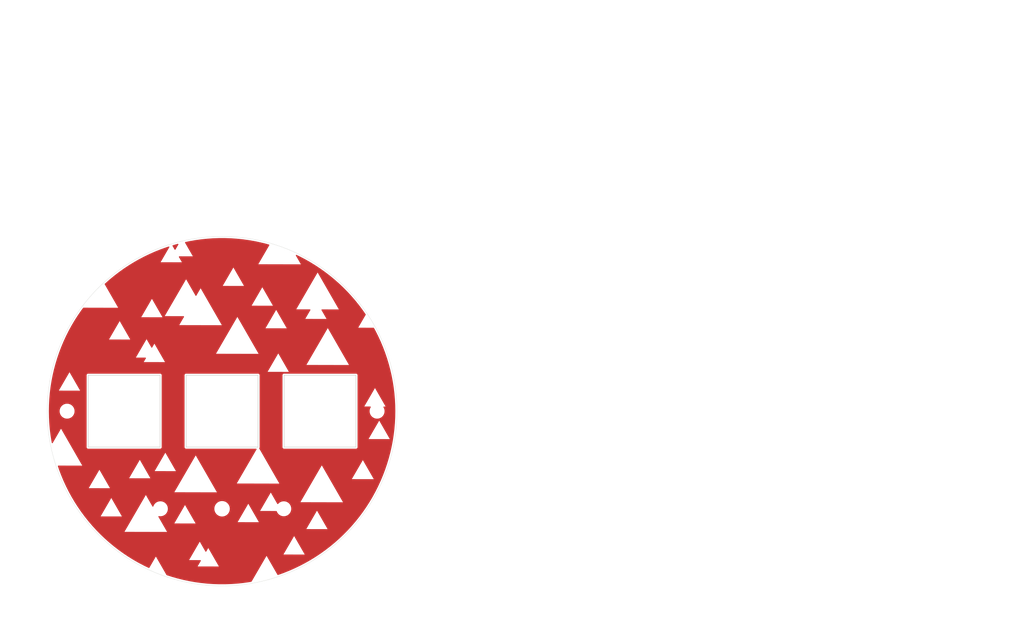
<source format=kicad_pcb>
(kicad_pcb (version 20221018) (generator pcbnew)
  (title_block (title "RP2040 Minimal Design Example") (date "2020-07-13") (rev "REV1") (company "Raspberry Pi (Trading) Ltd"))
  (layers (0 "F.Cu" signal) (31 "B.Cu" signal) (34 "B.Paste" user) (35 "F.Paste" user) (36 "B.SilkS" user "B.Silkscreen") (37 "F.SilkS" user "F.Silkscreen") (38 "B.Mask" user) (39 "F.Mask" user) (44 "Edge.Cuts" user))
  (net 0 "")
  (net 1 "GND")
  (footprint "Button_Switch_Keyboard:SW_Lekker_1.00u_Plate" (layer "F.Cu") (at 80.95 100)
    (fp_text reference "REF**" hide)
    (fp_text value "SW_Lekker_1.00u_Plate")
    (fp_rect (start -7 -7) (end 7 7) (stroke (width 0.12)) (fill none) (layer "Edge.Cuts"))
  )
  (footprint "Button_Switch_Keyboard:SW_Lekker_1.00u_Plate" (layer "F.Cu") (at 100 100)
    (fp_text reference "REF**" hide)
    (fp_text value "SW_Lekker_1.00u_Plate")
    (fp_rect (start -7 -7) (end 7 7) (stroke (width 0.12)) (fill none) (layer "Edge.Cuts"))
  )
  (footprint "MountingHole:MountingHole_2.7mm" (layer "F.Cu") (at 88 119)
    (fp_text reference "REF**" hide)
    (fp_text value "MountingHole_2.7mm")
    (pad "" np_thru_hole circle (at 0 0) (size 2.7 2.7) (drill 2.7) (layers "*.Cu" "*.Mask"))
  )
  (footprint "MountingHole:MountingHole_2.7mm" (layer "F.Cu") (at 112 119)
    (fp_text reference "REF**" hide)
    (fp_text value "MountingHole_2.7mm")
    (pad "" np_thru_hole circle (at 0 0) (size 2.7 2.7) (drill 2.7) (layers "*.Cu" "*.Mask"))
  )
  (footprint "MountingHole:MountingHole_2.7mm_M2.5" (layer "F.Cu") (at 130.15 100)
    (fp_text reference "REF**" hide)
    (fp_text value "MountingHole_2.7mm_M2.5")
    (pad "" np_thru_hole circle (at 0 0) (size 2.7 2.7) (drill 2.7) (layers "*.Cu" "*.Mask"))
  )
  (footprint "MountingHole:MountingHole_2.7mm_M2.5" (layer "F.Cu") (at 69.85 100)
    (fp_text reference "REF**" hide)
    (fp_text value "MountingHole_2.7mm_M2.5")
    (pad "" np_thru_hole circle (at 0 0) (size 2.7 2.7) (drill 2.7) (layers "F&B.Cu" "*.Mask"))
  )
  (footprint "Button_Switch_Keyboard:SW_Lekker_1.00u_Plate" (layer "F.Cu") (at 119.05 100)
    (fp_text reference "REF**" hide)
    (fp_text value "SW_Lekker_1.00u_Plate")
    (fp_rect (start -7 -7) (end 7 7) (stroke (width 0.12)) (fill none) (layer "Edge.Cuts"))
  )
  (footprint "MountingHole:MountingHole_2.7mm" (layer "F.Cu") (at 100 119)
    (fp_text reference "REF**" hide)
    (fp_text value "MountingHole_2.7mm")
    (pad "" np_thru_hole circle (at 0 0) (size 2.8 2.8) (drill 2.8) (layers "F&B.Cu" "*.Mask"))
  )
  (gr_circle (center 100 100) (end 134 100) (stroke (width 0.05)) (fill none) (layer "Edge.Cuts"))
  (zone (net 1) (net_name "GND") (layer "F.Cu") (priority 1) (connect_pads (clearance 0.2)) (min_thickness 0.2) (fill yes (thermal_gap 0.3) (thermal_bridge_width 0.3))
    (polygon (pts (xy 144.67 145.16) (xy 57.89 144.39) (xy 56.8 56.69) (xy 143.92 57.05)))
  )
  (zone (net 0) (net_name "") (layers "F&B.Cu") (connect_pads (clearance 0)) (min_thickness 0.25)
    (keepout (tracks not_allowed) (vias not_allowed) (pads not_allowed) (copperpour not_allowed) (footprints allowed))
    (fill (thermal_gap 0.5) (thermal_bridge_width 0.5))
    (polygon (pts (xy 85.309738 85.979872) (xy 83.228897 89.566005) (xy 87.375 89.575)))
  )
  (zone (net 0) (net_name "") (layers "F&B.Cu") (connect_pads (clearance 0)) (min_thickness 0.25)
    (keepout (tracks not_allowed) (vias not_allowed) (pads not_allowed) (copperpour not_allowed) (footprints allowed))
    (fill (thermal_gap 0.5) (thermal_bridge_width 0.5))
    (polygon (pts (xy 127.38 109.53) (xy 125.232688 113.230691) (xy 129.511236 113.239973)))
  )
  (zone (net 0) (net_name "") (layers "F&B.Cu") (connect_pads (clearance 0)) (min_thickness 0.25)
    (keepout (tracks not_allowed) (vias not_allowed) (pads not_allowed) (copperpour not_allowed) (footprints allowed))
    (fill (thermal_gap 0.5) (thermal_bridge_width 0.5))
    (polygon (pts (xy 76.134738 111.404872) (xy 74.053897 114.991005) (xy 78.2 115)))
  )
  (zone (net 0) (net_name "") (layers "F&B.Cu") (connect_pads (clearance 0)) (min_thickness 0.25)
    (keepout (tracks not_allowed) (vias not_allowed) (pads not_allowed) (copperpour not_allowed) (footprints allowed))
    (fill (thermal_gap 0.5) (thermal_bridge_width 0.5))
    (polygon (pts (xy 118.46 119.37) (xy 116.379159 122.956133) (xy 120.525262 122.965128)))
  )
  (zone (net 0) (net_name "") (layers "F&B.Cu") (connect_pads (clearance 0)) (min_thickness 0.25)
    (keepout (tracks not_allowed) (vias not_allowed) (pads not_allowed) (copperpour not_allowed) (footprints allowed))
    (fill (thermal_gap 0.5) (thermal_bridge_width 0.5))
    (polygon (pts (xy 114.014738 124.314872) (xy 111.933897 127.901005) (xy 116.08 127.91)))
  )
  (zone (net 0) (net_name "") (layers "F&B.Cu") (connect_pads (clearance 0)) (min_thickness 0.25)
    (keepout (tracks not_allowed) (vias not_allowed) (pads not_allowed) (copperpour not_allowed) (footprints allowed))
    (fill (thermal_gap 0.5) (thermal_bridge_width 0.5))
    (polygon (pts (xy 102.851877 114.080644) (xy 107.013559 106.90838) (xy 111.144083 114.098634)))
  )
  (zone (net 0) (net_name "") (layers "F&B.Cu") (connect_pads (clearance 0)) (min_thickness 0.25)
    (keepout (tracks not_allowed) (vias not_allowed) (pads not_allowed) (copperpour not_allowed) (footprints allowed))
    (fill (thermal_gap 0.5) (thermal_bridge_width 0.5))
    (polygon (pts (xy 130.564738 101.844872) (xy 128.483897 105.431005) (xy 132.63 105.44)))
  )
  (zone (net 0) (net_name "") (layers "F&B.Cu") (connect_pads (clearance 0)) (min_thickness 0.25)
    (keepout (tracks not_allowed) (vias not_allowed) (pads not_allowed) (copperpour not_allowed) (footprints allowed))
    (fill (thermal_gap 0.5) (thermal_bridge_width 0.5))
    (polygon (pts (xy 198.594738 52.284872) (xy 196.513897 55.871005) (xy 200.66 55.88)))
  )
  (zone (net 0) (net_name "") (layers "F&B.Cu") (connect_pads (clearance 0)) (min_thickness 0.25)
    (keepout (tracks not_allowed) (vias not_allowed) (pads not_allowed) (copperpour not_allowed) (footprints allowed))
    (fill (thermal_gap 0.5) (thermal_bridge_width 0.5))
    (polygon (pts (xy 95.654738 125.404872) (xy 93.573897 128.991005) (xy 97.72 129)))
  )
  (zone (net 0) (net_name "") (layers "F&B.Cu") (connect_pads (clearance 0)) (min_thickness 0.25)
    (keepout (tracks not_allowed) (vias not_allowed) (pads not_allowed) (copperpour not_allowed) (footprints allowed))
    (fill (thermal_gap 0.5) (thermal_bridge_width 0.5))
    (polygon (pts (xy 86.834738 86.854872) (xy 84.753897 90.441005) (xy 88.9 90.45)))
  )
  (zone (net 0) (net_name "") (layers "F&B.Cu") (connect_pads (clearance 0)) (min_thickness 0.25)
    (keepout (tracks not_allowed) (vias not_allowed) (pads not_allowed) (copperpour not_allowed) (footprints allowed))
    (fill (thermal_gap 0.5) (thermal_bridge_width 0.5))
    (polygon (pts (xy 109.47 115.84) (xy 107.389159 119.426133) (xy 111.535262 119.435128)))
  )
  (zone (net 0) (net_name "") (layers "F&B.Cu") (connect_pads (clearance 0)) (min_thickness 0.25)
    (keepout (tracks not_allowed) (vias not_allowed) (pads not_allowed) (copperpour not_allowed) (footprints allowed))
    (fill (thermal_gap 0.5) (thermal_bridge_width 0.5))
    (polygon (pts (xy 191.759738 42.529872) (xy 189.678897 46.116005) (xy 193.825 46.125)))
  )
  (zone (net 0) (net_name "") (layers "F&B.Cu") (connect_pads (clearance 0)) (min_thickness 0.25)
    (keepout (tracks not_allowed) (vias not_allowed) (pads not_allowed) (copperpour not_allowed) (footprints allowed))
    (fill (thermal_gap 0.5) (thermal_bridge_width 0.5))
    (polygon (pts (xy 90.120841 67.423867) (xy 88.04 71.01) (xy 92.186103 71.018995)))
  )
  (zone (net 0) (net_name "") (layers "F&B.Cu") (connect_pads (clearance 0)) (min_thickness 0.25)
    (keepout (tracks not_allowed) (vias not_allowed) (pads not_allowed) (copperpour not_allowed) (footprints allowed))
    (fill (thermal_gap 0.5) (thermal_bridge_width 0.5))
    (polygon (pts (xy 80.08 82.46) (xy 77.999159 86.046133) (xy 82.145262 86.055128)))
  )
  (zone (net 0) (net_name "") (layers "F&B.Cu") (connect_pads (clearance 0)) (min_thickness 0.25)
    (keepout (tracks not_allowed) (vias not_allowed) (pads not_allowed) (copperpour not_allowed) (footprints allowed))
    (fill (thermal_gap 0.5) (thermal_bridge_width 0.5))
    (polygon (pts (xy 107.825 75.875) (xy 105.744159 79.461133) (xy 109.890262 79.470128)))
  )
  (zone (net 0) (net_name "") (layers "F&B.Cu") (connect_pads (clearance 0)) (min_thickness 0.25)
    (keepout (tracks not_allowed) (vias not_allowed) (pads not_allowed) (copperpour not_allowed) (footprints allowed))
    (fill (thermal_gap 0.5) (thermal_bridge_width 0.5))
    (polygon (pts (xy 186.759738 50.129872) (xy 184.678897 53.716005) (xy 188.825 53.725)))
  )
  (zone (net 0) (net_name "") (layers "F&B.Cu") (connect_pads (clearance 0)) (min_thickness 0.25)
    (keepout (tracks not_allowed) (vias not_allowed) (pads not_allowed) (copperpour not_allowed) (footprints allowed))
    (fill (thermal_gap 0.5) (thermal_bridge_width 0.5))
    (polygon (pts (xy 90.707794 115.78201) (xy 94.869476 108.609746) (xy 99 115.8)))
  )
  (zone (net 0) (net_name "") (layers "F&B.Cu") (connect_pads (clearance 0)) (min_thickness 0.25)
    (keepout (tracks not_allowed) (vias not_allowed) (pads not_allowed) (copperpour not_allowed) (footprints allowed))
    (fill (thermal_gap 0.5) (thermal_bridge_width 0.5))
    (polygon (pts (xy 86.351073 78.13055) (xy 84.270232 81.716683) (xy 88.416335 81.725678)))
  )
  (zone (net 0) (net_name "") (layers "F&B.Cu") (connect_pads (clearance 0)) (min_thickness 0.25)
    (keepout (tracks not_allowed) (vias not_allowed) (pads not_allowed) (copperpour not_allowed) (footprints allowed))
    (fill (thermal_gap 0.5) (thermal_bridge_width 0.5))
    (polygon (pts (xy 87.12 128.3) (xy 85.039159 131.886133) (xy 89.185262 131.895128)))
  )
  (zone (net 0) (net_name "") (layers "F&B.Cu") (connect_pads (clearance 0)) (min_thickness 0.25)
    (keepout (tracks not_allowed) (vias not_allowed) (pads not_allowed) (copperpour not_allowed) (footprints allowed))
    (fill (thermal_gap 0.5) (thermal_bridge_width 0.5))
    (polygon (pts (xy 102.930479 83.726746) (xy 100.849638 87.312879) (xy 104.995741 87.321874)))
  )
  (zone (net 0) (net_name "") (layers "F&B.Cu") (connect_pads (clearance 0)) (min_thickness 0.25)
    (keepout (tracks not_allowed) (vias not_allowed) (pads not_allowed) (copperpour not_allowed) (footprints allowed))
    (fill (thermal_gap 0.5) (thermal_bridge_width 0.5))
    (polygon (pts (xy 98.813318 88.822264) (xy 102.975 81.65) (xy 107.105524 88.840254)))
  )
  (zone (net 0) (net_name "") (layers "F&B.Cu") (connect_pads (clearance 0)) (min_thickness 0.25)
    (keepout (tracks not_allowed) (vias not_allowed) (pads not_allowed) (copperpour not_allowed) (footprints allowed))
    (fill (thermal_gap 0.5) (thermal_bridge_width 0.5))
    (polygon (pts (xy 129.74 95.5) (xy 127.659159 99.086133) (xy 131.805262 99.095128)))
  )
  (zone (net 0) (net_name "") (layers "F&B.Cu") (connect_pads (clearance 0)) (min_thickness 0.25)
    (keepout (tracks not_allowed) (vias not_allowed) (pads not_allowed) (copperpour not_allowed) (footprints allowed))
    (fill (thermal_gap 0.5) (thermal_bridge_width 0.5))
    (polygon (pts (xy 105.1 118.02) (xy 103.019159 121.606133) (xy 107.165262 121.615128)))
  )
  (zone (net 0) (net_name "") (layers "F&B.Cu") (connect_pads (clearance 0)) (min_thickness 0.25)
    (keepout (tracks not_allowed) (vias not_allowed) (pads not_allowed) (copperpour not_allowed) (footprints allowed))
    (fill (thermal_gap 0.5) (thermal_bridge_width 0.5))
    (polygon (pts (xy 92.250841 66.263867) (xy 90.17 69.85) (xy 94.316103 69.858995)))
  )
  (zone (net 0) (net_name "") (layers "F&B.Cu") (connect_pads (clearance 0)) (min_thickness 0.25)
    (keepout (tracks not_allowed) (vias not_allowed) (pads not_allowed) (copperpour not_allowed) (footprints allowed))
    (fill (thermal_gap 0.5) (thermal_bridge_width 0.5))
    (polygon (pts (xy 70.32 92.41) (xy 68.239159 95.996133) (xy 72.385262 96.005128)))
  )
  (zone (net 0) (net_name "") (layers "F&B.Cu") (connect_pads (clearance 0)) (min_thickness 0.25)
    (keepout (tracks not_allowed) (vias not_allowed) (pads not_allowed) (copperpour not_allowed) (footprints allowed))
    (fill (thermal_gap 0.5) (thermal_bridge_width 0.5))
    (polygon (pts (xy 88.964738 108.084872) (xy 86.883897 111.671005) (xy 91.03 111.68)))
  )
  (zone (net 0) (net_name "") (layers "F&B.Cu") (connect_pads (clearance 0)) (min_thickness 0.25)
    (keepout (tracks not_allowed) (vias not_allowed) (pads not_allowed) (copperpour not_allowed) (footprints allowed))
    (fill (thermal_gap 0.5) (thermal_bridge_width 0.5))
    (polygon (pts (xy 182.159738 43.729872) (xy 180.078897 47.316005) (xy 184.225 47.325)))
  )
  (zone (net 0) (net_name "") (layers "F&B.Cu") (connect_pads (clearance 0)) (min_thickness 0.25)
    (keepout (tracks not_allowed) (vias not_allowed) (pads not_allowed) (copperpour not_allowed) (footprints allowed))
    (fill (thermal_gap 0.5) (thermal_bridge_width 0.5))
    (polygon (pts (xy 78.45 116.9) (xy 76.369159 120.486133) (xy 80.515262 120.495128)))
  )
  (zone (net 0) (net_name "") (layers "F&B.Cu") (connect_pads (clearance 0)) (min_thickness 0.25)
    (keepout (tracks not_allowed) (vias not_allowed) (pads not_allowed) (copperpour not_allowed) (footprints allowed))
    (fill (thermal_gap 0.5) (thermal_bridge_width 0.5))
    (polygon (pts (xy 110.52 80.28) (xy 108.439159 83.866133) (xy 112.585262 83.875128)))
  )
  (zone (net 0) (net_name "") (layers "F&B.Cu") (connect_pads (clearance 0)) (min_thickness 0.25)
    (keepout (tracks not_allowed) (vias not_allowed) (pads not_allowed) (copperpour not_allowed) (footprints allowed))
    (fill (thermal_gap 0.5) (thermal_bridge_width 0.5))
    (polygon (pts (xy 174.959738 55.529872) (xy 172.878897 59.116005) (xy 177.025 59.125)))
  )
  (zone (net 0) (net_name "") (layers "F&B.Cu") (connect_pads (clearance 0)) (min_thickness 0.25)
    (keepout (tracks not_allowed) (vias not_allowed) (pads not_allowed) (copperpour not_allowed) (footprints allowed))
    (fill (thermal_gap 0.5) (thermal_bridge_width 0.5))
    (polygon (pts (xy 83.994738 109.474872) (xy 81.913897 113.061005) (xy 86.06 113.07)))
  )
  (zone (net 0) (net_name "") (layers "F&B.Cu") (connect_pads (clearance 0)) (min_thickness 0.25)
    (keepout (tracks not_allowed) (vias not_allowed) (pads not_allowed) (copperpour not_allowed) (footprints allowed))
    (fill (thermal_gap 0.5) (thermal_bridge_width 0.5))
    (polygon (pts (xy 97.314738 126.639872) (xy 95.233897 130.226005) (xy 99.38 130.235)))
  )
  (zone (net 0) (net_name "") (layers "F&B.Cu") (connect_pads (clearance 0)) (min_thickness 0.25)
    (keepout (tracks not_allowed) (vias not_allowed) (pads not_allowed) (copperpour not_allowed) (footprints allowed))
    (fill (thermal_gap 0.5) (thermal_bridge_width 0.5))
    (polygon (pts (xy 88.838318 81.497264) (xy 93 74.325) (xy 97.130524 81.515254)))
  )
  (zone (net 0) (net_name "") (layers "F&B.Cu") (connect_pads (clearance 0)) (min_thickness 0.25)
    (keepout (tracks not_allowed) (vias not_allowed) (pads not_allowed) (copperpour not_allowed) (footprints allowed))
    (fill (thermal_gap 0.5) (thermal_bridge_width 0.5))
    (polygon (pts (xy 110.930841 88.754872) (xy 108.85 92.341005) (xy 112.996103 92.35)))
  )
  (zone (net 0) (net_name "") (layers "F&B.Cu") (connect_pads (clearance 0)) (min_thickness 0.25)
    (keepout (tracks not_allowed) (vias not_allowed) (pads not_allowed) (copperpour not_allowed) (footprints allowed))
    (fill (thermal_gap 0.5) (thermal_bridge_width 0.5))
    (polygon (pts (xy 107.03497 109.330266) (xy 104.954129 112.916399) (xy 109.100232 112.925394)))
  )
  (zone (net 0) (net_name "") (layers "F&B.Cu") (connect_pads (clearance 0)) (min_thickness 0.25)
    (keepout (tracks not_allowed) (vias not_allowed) (pads not_allowed) (copperpour not_allowed) (footprints allowed))
    (fill (thermal_gap 0.5) (thermal_bridge_width 0.5))
    (polygon (pts (xy 102.2 72.03) (xy 100.119159 75.616133) (xy 104.265262 75.625128)))
  )
  (zone (net 0) (net_name "") (layers "F&B.Cu") (connect_pads (clearance 0)) (min_thickness 0.25)
    (keepout (tracks not_allowed) (vias not_allowed) (pads not_allowed) (copperpour not_allowed) (footprints allowed))
    (fill (thermal_gap 0.5) (thermal_bridge_width 0.5))
    (polygon (pts (xy 114.422937 80.176207) (xy 118.584619 73.003943) (xy 122.715143 80.194197)))
  )
  (zone (net 0) (net_name "") (layers "F&B.Cu") (connect_pads (clearance 0)) (min_thickness 0.25)
    (keepout (tracks not_allowed) (vias not_allowed) (pads not_allowed) (copperpour not_allowed) (footprints allowed))
    (fill (thermal_gap 0.5) (thermal_bridge_width 0.5))
    (polygon (pts (xy 128.56216 80.160036) (xy 126.481319 83.746169) (xy 130.627422 83.755164)))
  )
  (zone (net 0) (net_name "") (layers "F&B.Cu") (connect_pads (clearance 0)) (min_thickness 0.25)
    (keepout (tracks not_allowed) (vias not_allowed) (pads not_allowed) (copperpour not_allowed) (footprints allowed))
    (fill (thermal_gap 0.5) (thermal_bridge_width 0.5))
    (polygon (pts (xy 118.259738 78.454872) (xy 116.178897 82.041005) (xy 120.325 82.05)))
  )
  (zone (net 0) (net_name "") (layers "F&B.Cu") (connect_pads (clearance 0)) (min_thickness 0.25)
    (keepout (tracks not_allowed) (vias not_allowed) (pads not_allowed) (copperpour not_allowed) (footprints allowed))
    (fill (thermal_gap 0.5) (thermal_bridge_width 0.5))
    (polygon (pts (xy 92.785422 118.267193) (xy 90.704581 121.853326) (xy 94.850684 121.862321)))
  )
  (zone (net 0) (net_name "") (layers "F&B.Cu") (connect_pads (clearance 0)) (min_thickness 0.25)
    (keepout (tracks not_allowed) (vias not_allowed) (pads not_allowed) (copperpour not_allowed) (footprints allowed))
    (fill (thermal_gap 0.5) (thermal_bridge_width 0.5))
    (polygon (pts (xy 198.594738 47.204872) (xy 196.513897 50.791005) (xy 200.66 50.8)))
  )
  (zone (net 0) (net_name "") (layers "F&B.Cu" "F.Mask") (connect_pads (clearance 0)) (min_thickness 0.25)
    (keepout (tracks not_allowed) (vias not_allowed) (pads not_allowed) (copperpour not_allowed) (footprints allowed))
    (fill (thermal_gap 0.5) (thermal_bridge_width 0.5))
    (polygon (pts (xy 91.663318 83.247264) (xy 95.825 76.075) (xy 99.955524 83.265254)))
  )
  (zone (net 0) (net_name "") (layers "F&B.Cu" "F.Mask") (connect_pads (clearance 0)) (min_thickness 0.25)
    (keepout (tracks not_allowed) (vias not_allowed) (pads not_allowed) (copperpour not_allowed) (footprints allowed))
    (fill (thermal_gap 0.5) (thermal_bridge_width 0.5))
    (polygon (pts (xy 116.4 91) (xy 120.561682 83.827736) (xy 124.692206 91.01799)))
  )
  (zone (net 0) (net_name "") (layers "F&B.Cu" "F.Mask") (connect_pads (clearance 0)) (min_thickness 0.25)
    (keepout (tracks not_allowed) (vias not_allowed) (pads not_allowed) (copperpour not_allowed) (footprints allowed))
    (fill (thermal_gap 0.5) (thermal_bridge_width 0.5))
    (polygon (pts (xy 227.625312 54.90166) (xy 235.948676 40.557132) (xy 244.209723 54.93764)))
  )
  (zone (net 0) (net_name "") (layers "F&B.Cu" "F.Mask") (connect_pads (clearance 0)) (min_thickness 0.25)
    (keepout (tracks not_allowed) (vias not_allowed) (pads not_allowed) (copperpour not_allowed) (footprints allowed))
    (fill (thermal_gap 0.5) (thermal_bridge_width 0.5))
    (polygon (pts (xy 243.561691 60.373015) (xy 249.804214 49.614618) (xy 256 60.4)))
  )
  (zone (net 0) (net_name "") (layers "F&B.Cu" "F.Mask") (connect_pads (clearance 0)) (min_thickness 0.25)
    (keepout (tracks not_allowed) (vias not_allowed) (pads not_allowed) (copperpour not_allowed) (footprints allowed))
    (fill (thermal_gap 0.5) (thermal_bridge_width 0.5))
    (polygon (pts (xy 64.507794 110.58201) (xy 68.669476 103.409746) (xy 72.8 110.6)))
  )
  (zone (net 0) (net_name "") (layers "F&B.Cu" "F.Mask") (connect_pads (clearance 0)) (min_thickness 0.25)
    (keepout (tracks not_allowed) (vias not_allowed) (pads not_allowed) (copperpour not_allowed) (footprints allowed))
    (fill (thermal_gap 0.5) (thermal_bridge_width 0.5))
    (polygon (pts (xy 81.00851 123.491811) (xy 85.170192 116.319547) (xy 89.300716 123.509801)))
  )
  (zone (net 0) (net_name "") (layers "F&B.Cu" "F.Mask") (connect_pads (clearance 0)) (min_thickness 0.25)
    (keepout (tracks not_allowed) (vias not_allowed) (pads not_allowed) (copperpour not_allowed) (footprints allowed))
    (fill (thermal_gap 0.5) (thermal_bridge_width 0.5))
    (polygon (pts (xy 67.347477 79.838397) (xy 73.59 69.08) (xy 79.785786 79.865382)))
  )
  (zone (net 0) (net_name "") (layers "F&B.Cu" "F.Mask") (connect_pads (clearance 0)) (min_thickness 0.25)
    (keepout (tracks not_allowed) (vias not_allowed) (pads not_allowed) (copperpour not_allowed) (footprints allowed))
    (fill (thermal_gap 0.5) (thermal_bridge_width 0.5))
    (polygon (pts (xy 160.506842 116.478523) (xy 168.830206 102.133995) (xy 177.091253 116.514503)))
  )
  (zone (net 0) (net_name "") (layers "F&B.Cu" "F.Mask") (connect_pads (clearance 0)) (min_thickness 0.25)
    (keepout (tracks not_allowed) (vias not_allowed) (pads not_allowed) (copperpour not_allowed) (footprints allowed))
    (fill (thermal_gap 0.5) (thermal_bridge_width 0.5))
    (polygon (pts (xy 115.232986 117.720722) (xy 119.394668 110.548458) (xy 123.525192 117.738712)))
  )
  (zone (net 0) (net_name "") (layers "F&B.Cu" "F.Mask") (connect_pads (clearance 0)) (min_thickness 0.25)
    (keepout (tracks not_allowed) (vias not_allowed) (pads not_allowed) (copperpour not_allowed) (footprints allowed))
    (fill (thermal_gap 0.5) (thermal_bridge_width 0.5))
    (polygon (pts (xy 107.04 71.4) (xy 111.201682 64.227736) (xy 115.332206 71.41799)))
  )
  (zone (net 0) (net_name "") (layers "F&B.Cu" "F.Mask") (connect_pads (clearance 0)) (min_thickness 0.25)
    (keepout (tracks not_allowed) (vias not_allowed) (pads not_allowed) (copperpour not_allowed) (footprints allowed))
    (fill (thermal_gap 0.5) (thermal_bridge_width 0.5))
    (polygon (pts (xy 163.032794 69.85701) (xy 167.194476 62.684746) (xy 171.325 69.875)))
  )
  (zone (net 0) (net_name "") (layers "F&B.Cu" "F.Mask") (connect_pads (clearance 0)) (min_thickness 0.25)
    (keepout (tracks not_allowed) (vias not_allowed) (pads not_allowed) (copperpour not_allowed) (footprints allowed))
    (fill (thermal_gap 0.5) (thermal_bridge_width 0.5))
    (polygon (pts (xy 165.825312 95.50166) (xy 174.148676 81.157132) (xy 182.409723 95.53764)))
  )
  (zone (net 0) (net_name "") (layers "F&B.Cu" "F.Mask") (connect_pads (clearance 0)) (min_thickness 0.25)
    (keepout (tracks not_allowed) (vias not_allowed) (pads not_allowed) (copperpour not_allowed) (footprints allowed))
    (fill (thermal_gap 0.5) (thermal_bridge_width 0.5))
    (polygon (pts (xy 149.582794 82.30701) (xy 153.744476 75.134746) (xy 157.875 82.325)))
  )
  (zone (net 0) (net_name "") (layers "F&B.Cu" "F.Mask") (connect_pads (clearance 0)) (min_thickness 0.25)
    (keepout (tracks not_allowed) (vias not_allowed) (pads not_allowed) (copperpour not_allowed) (footprints allowed))
    (fill (thermal_gap 0.5) (thermal_bridge_width 0.5))
    (polygon (pts (xy 192.188986 94.144439) (xy 200.51235 79.799911) (xy 208.773397 94.180419)))
  )
  (zone (net 0) (net_name "") (layers "F&B.Cu" "F.Mask") (connect_pads (clearance 0)) (min_thickness 0.25)
    (keepout (tracks not_allowed) (vias not_allowed) (pads not_allowed) (copperpour not_allowed) (footprints allowed))
    (fill (thermal_gap 0.5) (thermal_bridge_width 0.5))
    (polygon (pts (xy 153.932794 56.20701) (xy 158.094476 49.034746) (xy 162.225 56.225)))
  )
  (zone (net 0) (net_name "") (layers "F&B.Cu" "F.Mask") (connect_pads (clearance 0)) (min_thickness 0.25)
    (keepout (tracks not_allowed) (vias not_allowed) (pads not_allowed) (copperpour not_allowed) (footprints allowed))
    (fill (thermal_gap 0.5) (thermal_bridge_width 0.5))
    (polygon (pts (xy 178.225312 34.30166) (xy 186.548676 19.957132) (xy 194.809723 34.33764)))
  )
  (zone (net 0) (net_name "") (layers "F&B.Cu" "F.Mask") (connect_pads (clearance 0)) (min_thickness 0.25)
    (keepout (tracks not_allowed) (vias not_allowed) (pads not_allowed) (copperpour not_allowed) (footprints allowed))
    (fill (thermal_gap 0.5) (thermal_bridge_width 0.5))
    (polygon (pts (xy 179.770483 73.492098) (xy 186.013006 62.733701) (xy 192.208792 73.519083)))
  )
  (zone (net 0) (net_name "") (layers "F&B.Cu" "F.Mask") (connect_pads (clearance 0)) (min_thickness 0.25)
    (keepout (tracks not_allowed) (vias not_allowed) (pads not_allowed) (copperpour not_allowed) (footprints allowed))
    (fill (thermal_gap 0.5) (thermal_bridge_width 0.5))
    (polygon (pts (xy 104.489201 135.330052) (xy 108.650883 128.157788) (xy 112.781407 135.348042)))
  )
  (zone (net 0) (net_name "") (layers "F&B.Cu" "F.Mask") (connect_pads (clearance 0)) (min_thickness 0.25)
    (keepout (tracks not_allowed) (vias not_allowed) (pads not_allowed) (copperpour not_allowed) (footprints allowed))
    (fill (thermal_gap 0.5) (thermal_bridge_width 0.5))
    (polygon (pts (xy 90.707794 115.78201) (xy 94.869476 108.609746) (xy 99 115.8)))
  )
  (zone (net 0) (net_name "") (layers "F&B.Cu" "F.Mask") (connect_pads (clearance 0)) (min_thickness 0.25)
    (keepout (tracks not_allowed) (vias not_allowed) (pads not_allowed) (copperpour not_allowed) (footprints allowed))
    (fill (thermal_gap 0.5) (thermal_bridge_width 0.5))
    (polygon (pts (xy 204.825312 73.30166) (xy 213.148676 58.957132) (xy 221.409723 73.33764)))
  )
)
</source>
